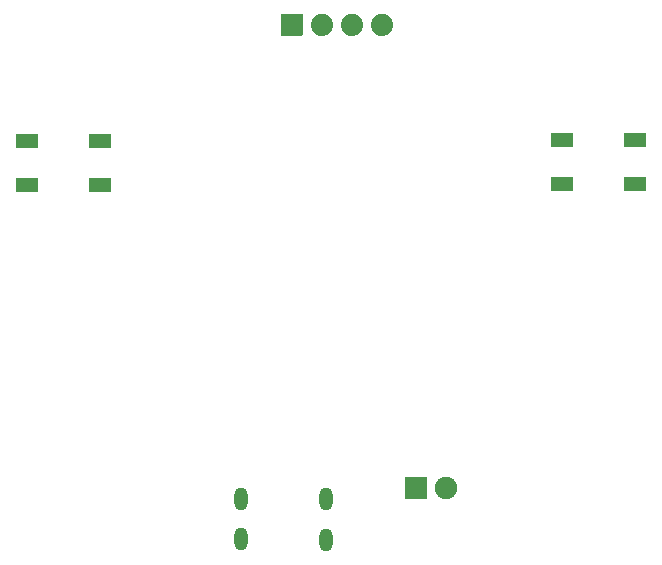
<source format=gts>
G04 Layer: TopSolderMaskLayer*
G04 EasyEDA v6.5.42, 2024-04-23 23:59:32*
G04 6f1416cd65ae409284c29a2362dae36f,3bb721cc424b4652afb4738f699644a2,10*
G04 Gerber Generator version 0.2*
G04 Scale: 100 percent, Rotated: No, Reflected: No *
G04 Dimensions in millimeters *
G04 leading zeros omitted , absolute positions ,4 integer and 5 decimal *
%FSLAX45Y45*%
%MOMM*%

%AMMACRO1*1,1,$1,$2,$3*1,1,$1,$4,$5*1,1,$1,0-$2,0-$3*1,1,$1,0-$4,0-$5*20,1,$1,$2,$3,$4,$5,0*20,1,$1,$4,$5,0-$2,0-$3,0*20,1,$1,0-$2,0-$3,0-$4,0-$5,0*20,1,$1,0-$4,0-$5,$2,$3,0*4,1,4,$2,$3,$4,$5,0-$2,0-$3,0-$4,0-$5,$2,$3,0*%
%ADD10C,1.9016*%
%ADD11MACRO1,0.1016X-0.9X-0.9X0.9X-0.9*%
%ADD12O,1.1516106X1.9516090000000001*%
%ADD13MACRO1,0.1016X0.9X-0.55X-0.9X-0.55*%
%ADD14MACRO1,0.1016X-0.9X0.55X0.9X0.55*%
%ADD15MACRO1,0.1016X-0.889X0.889X0.889X0.889*%
%ADD16C,1.8796*%

%LPD*%
D10*
G01*
X3696995Y640003D03*
D11*
G01*
X3442992Y639998D03*
D12*
G01*
X2677490Y197510D03*
G01*
X1962505Y542493D03*
G01*
X1962505Y202488D03*
G01*
X2677490Y542493D03*
D13*
G01*
X769998Y3204980D03*
G01*
X149999Y3204979D03*
G01*
X769998Y3574981D03*
G01*
X149999Y3574981D03*
D14*
G01*
X4679990Y3585005D03*
G01*
X5299989Y3585006D03*
G01*
X4679990Y3215005D03*
G01*
X5299989Y3215005D03*
D15*
G01*
X2389995Y4559990D03*
D16*
G01*
X2643987Y4559985D03*
G01*
X2897987Y4559985D03*
G01*
X3151987Y4559985D03*
M02*

</source>
